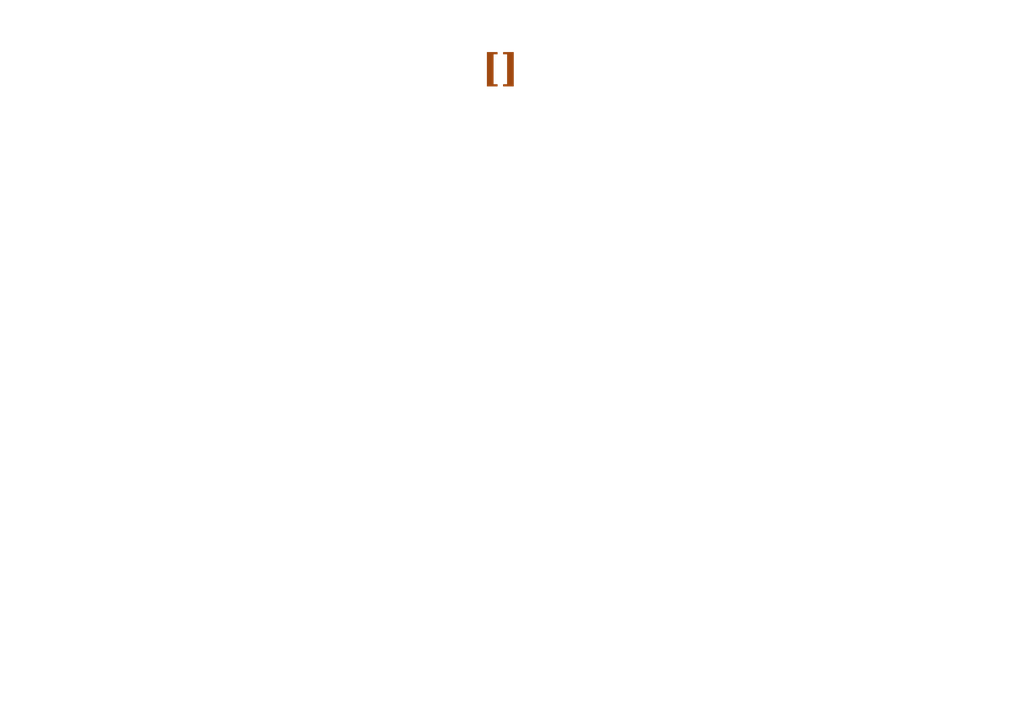
<source format=kicad_sch>
(kicad_sch
	(version 20231120)
	(generator "eeschema")
	(generator_version "8.0")
	(uuid "b7ce2658-0c16-417c-9e64-5f86ab89a607")
	(paper "A4")
	(title_block
		(title "Cell_Sentinel")
		(date "2024-11-05")
		(rev "1.0.0")
	)
	(lib_symbols)
	(text "[${#}] ${SHEETNAME}"
		(exclude_from_sim no)
		(at 147.066 22.606 0)
		(effects
			(font
				(face "Times New Roman")
				(size 8 8)
				(thickness 1.6)
				(bold yes)
				(color 159 72 15 1)
			)
		)
		(uuid "e1b69494-a3db-46a4-928a-d1d3df63786f")
	)
)

</source>
